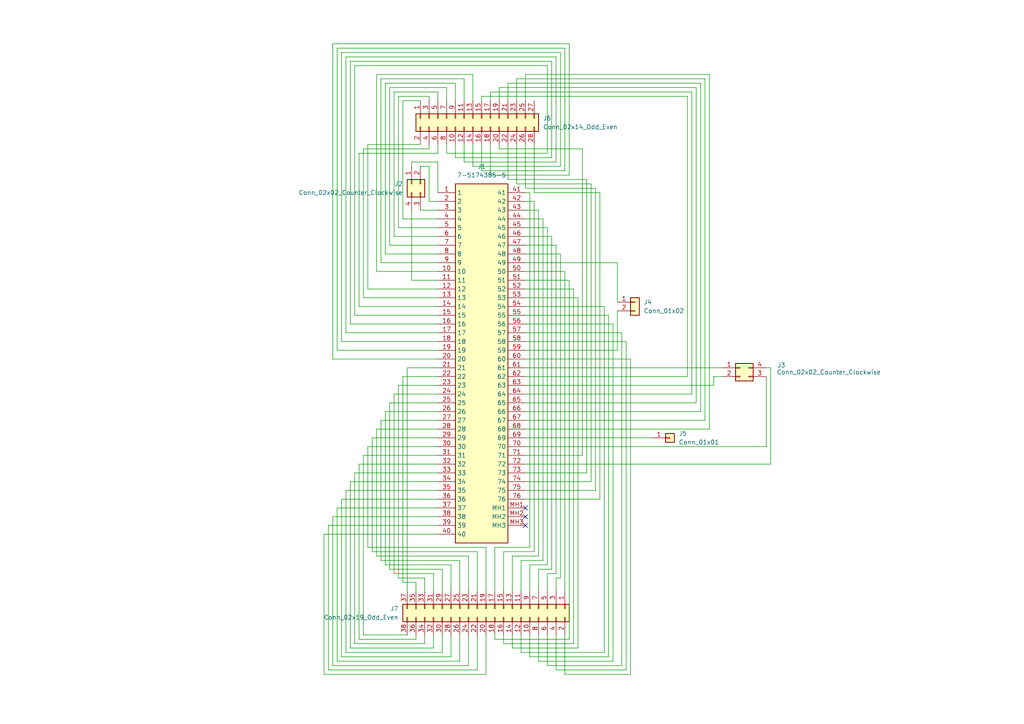
<source format=kicad_sch>
(kicad_sch (version 20231120) (generator "eeschema") (generator_version "8.0")
  (paper "A4")
  (lib_symbols
    (symbol "CA18DETECU-7-5174385-5:7-5174385-5"
      (property "Reference" "J" (at 21.59 7.62 0))
      (property "Value" "7-5174385-5" (at 21.59 5.08 0))
      (symbol "7-5174385-5_1_1"
        (rectangle (start 5.08 2.54) (end 20.32 -101.6) (stroke (width 0.254)) (fill (type background)))
        (pin passive line (at 0 0 0) (length 5.08) (name "1") (number "1"))
        (pin passive line (at 0 -22.86 0) (length 5.08) (name "10") (number "10"))
        (pin passive line (at 0 -25.4 0) (length 5.08) (name "11") (number "11"))
        (pin passive line (at 0 -27.94 0) (length 5.08) (name "12") (number "12"))
        (pin passive line (at 0 -30.48 0) (length 5.08) (name "13") (number "13"))
        (pin passive line (at 0 -33.02 0) (length 5.08) (name "14") (number "14"))
        (pin passive line (at 0 -35.56 0) (length 5.08) (name "15") (number "15"))
        (pin passive line (at 0 -38.1 0) (length 5.08) (name "16") (number "16"))
        (pin passive line (at 0 -40.64 0) (length 5.08) (name "17") (number "17"))
        (pin passive line (at 0 -43.18 0) (length 5.08) (name "18") (number "18"))
        (pin passive line (at 0 -45.72 0) (length 5.08) (name "19") (number "19"))
        (pin passive line (at 0 -2.54 0) (length 5.08) (name "2") (number "2"))
        (pin passive line (at 0 -48.26 0) (length 5.08) (name "20") (number "20"))
        (pin passive line (at 0 -50.8 0) (length 5.08) (name "21") (number "21"))
        (pin passive line (at 0 -53.34 0) (length 5.08) (name "22") (number "22"))
        (pin passive line (at 0 -55.88 0) (length 5.08) (name "23") (number "23"))
        (pin passive line (at 0 -58.42 0) (length 5.08) (name "24") (number "24"))
        (pin passive line (at 0 -60.96 0) (length 5.08) (name "25") (number "25"))
        (pin passive line (at 0 -63.5 0) (length 5.08) (name "26") (number "26"))
        (pin passive line (at 0 -66.04 0) (length 5.08) (name "27") (number "27"))
        (pin passive line (at 0 -68.58 0) (length 5.08) (name "28") (number "28"))
        (pin passive line (at 0 -71.12 0) (length 5.08) (name "29") (number "29"))
        (pin passive line (at 0 -5.08 0) (length 5.08) (name "3") (number "3"))
        (pin passive line (at 0 -73.66 0) (length 5.08) (name "30") (number "30"))
        (pin passive line (at 0 -76.2 0) (length 5.08) (name "31") (number "31"))
        (pin passive line (at 0 -78.74 0) (length 5.08) (name "32") (number "32"))
        (pin passive line (at 0 -81.28 0) (length 5.08) (name "33") (number "33"))
        (pin passive line (at 0 -83.82 0) (length 5.08) (name "34") (number "34"))
        (pin passive line (at 0 -86.36 0) (length 5.08) (name "35") (number "35"))
        (pin passive line (at 0 -88.9 0) (length 5.08) (name "36") (number "36"))
        (pin passive line (at 0 -91.44 0) (length 5.08) (name "37") (number "37"))
        (pin passive line (at 0 -93.98 0) (length 5.08) (name "38") (number "38"))
        (pin passive line (at 0 -96.52 0) (length 5.08) (name "39") (number "39"))
        (pin passive line (at 0 -7.62 0) (length 5.08) (name "4") (number "4"))
        (pin passive line (at 0 -99.06 0) (length 5.08) (name "40") (number "40"))
        (pin passive line (at 25.4 0 180) (length 5.08) (name "41") (number "41"))
        (pin passive line (at 25.4 -2.54 180) (length 5.08) (name "42") (number "42"))
        (pin passive line (at 25.4 -5.08 180) (length 5.08) (name "43") (number "43"))
        (pin passive line (at 25.4 -7.62 180) (length 5.08) (name "44") (number "44"))
        (pin passive line (at 25.4 -10.16 180) (length 5.08) (name "45") (number "45"))
        (pin passive line (at 25.4 -12.7 180) (length 5.08) (name "46") (number "46"))
        (pin passive line (at 25.4 -15.24 180) (length 5.08) (name "47") (number "47"))
        (pin passive line (at 25.4 -17.78 180) (length 5.08) (name "48") (number "48"))
        (pin passive line (at 25.4 -20.32 180) (length 5.08) (name "49") (number "49"))
        (pin passive line (at 0 -10.16 0) (length 5.08) (name "5") (number "5"))
        (pin passive line (at 25.4 -22.86 180) (length 5.08) (name "50") (number "50"))
        (pin passive line (at 25.4 -25.4 180) (length 5.08) (name "51") (number "51"))
        (pin passive line (at 25.4 -27.94 180) (length 5.08) (name "52") (number "52"))
        (pin passive line (at 25.4 -30.48 180) (length 5.08) (name "53") (number "53"))
        (pin passive line (at 25.4 -33.02 180) (length 5.08) (name "54") (number "54"))
        (pin passive line (at 25.4 -35.56 180) (length 5.08) (name "55") (number "55"))
        (pin passive line (at 25.4 -38.1 180) (length 5.08) (name "56") (number "56"))
        (pin passive line (at 25.4 -40.64 180) (length 5.08) (name "57") (number "57"))
        (pin passive line (at 25.4 -43.18 180) (length 5.08) (name "58") (number "58"))
        (pin passive line (at 25.4 -45.72 180) (length 5.08) (name "59") (number "59"))
        (pin passive line (at 0 -12.7 0) (length 5.08) (name "6") (number "6"))
        (pin passive line (at 25.4 -48.26 180) (length 5.08) (name "60") (number "60"))
        (pin passive line (at 25.4 -50.8 180) (length 5.08) (name "61") (number "61"))
        (pin passive line (at 25.4 -53.34 180) (length 5.08) (name "62") (number "62"))
        (pin passive line (at 25.4 -55.88 180) (length 5.08) (name "63") (number "63"))
        (pin passive line (at 25.4 -58.42 180) (length 5.08) (name "64") (number "64"))
        (pin passive line (at 25.4 -60.96 180) (length 5.08) (name "65") (number "65"))
        (pin passive line (at 25.4 -63.5 180) (length 5.08) (name "66") (number "66"))
        (pin passive line (at 25.4 -66.04 180) (length 5.08) (name "67") (number "67"))
        (pin passive line (at 25.4 -68.58 180) (length 5.08) (name "68") (number "68"))
        (pin passive line (at 25.4 -71.12 180) (length 5.08) (name "69") (number "69"))
        (pin passive line (at 0 -15.24 0) (length 5.08) (name "7") (number "7"))
        (pin passive line (at 25.4 -73.66 180) (length 5.08) (name "70") (number "70"))
        (pin passive line (at 25.4 -76.2 180) (length 5.08) (name "71") (number "71"))
        (pin passive line (at 25.4 -78.74 180) (length 5.08) (name "72") (number "72"))
        (pin passive line (at 25.4 -81.28 180) (length 5.08) (name "73") (number "73"))
        (pin passive line (at 25.4 -83.82 180) (length 5.08) (name "74") (number "74"))
        (pin passive line (at 25.4 -86.36 180) (length 5.08) (name "75") (number "75"))
        (pin passive line (at 25.4 -88.9 180) (length 5.08) (name "76") (number "76"))
        (pin passive line (at 0 -17.78 0) (length 5.08) (name "8") (number "8"))
        (pin passive line (at 0 -20.32 0) (length 5.08) (name "9") (number "9"))
        (pin passive line (at 25.4 -91.44 180) (length 5.08) (name "MH1") (number "MH1"))
        (pin passive line (at 25.4 -93.98 180) (length 5.08) (name "MH2") (number "MH2"))
        (pin passive line (at 25.4 -96.52 180) (length 5.08) (name "MH3") (number "MH3"))
      )
    )
    (symbol "Connector_Generic:Conn_01x01" (pin_names (offset 1.016) hide)
      (property "Reference" "J" (at 0 2.54 0))
      (property "Value" "Conn_01x01" (at 0 -2.54 0))
      (symbol "Conn_01x01_1_1"
        (rectangle (start -1.27 0.127) (end 0 -0.127) (stroke (width 0.1524)))
        (rectangle (start -1.27 1.27) (end 1.27 -1.27) (stroke (width 0.254)) (fill (type background)))
        (pin passive line (at -5.08 0 0) (length 3.81) (name "Pin_1") (number "1"))
      )
    )
    (symbol "Connector_Generic:Conn_01x02" (pin_names (offset 1.016) hide)
      (property "Reference" "J" (at 0 2.54 0))
      (property "Value" "Conn_01x02" (at 0 -5.08 0))
      (symbol "Conn_01x02_1_1"
        (rectangle (start -1.27 -2.413) (end 0 -2.667) (stroke (width 0.1524)))
        (rectangle (start -1.27 0.127) (end 0 -0.127) (stroke (width 0.1524)))
        (rectangle (start -1.27 1.27) (end 1.27 -3.81) (stroke (width 0.254)) (fill (type background)))
        (pin passive line (at -5.08 0 0) (length 3.81) (name "Pin_1") (number "1"))
        (pin passive line (at -5.08 -2.54 0) (length 3.81) (name "Pin_2") (number "2"))
      )
    )
    (symbol "Connector_Generic:Conn_02x02_Counter_Clockwise" (pin_names (offset 1.016) hide)
      (property "Reference" "J" (at 1.27 2.54 0))
      (property "Value" "Conn_02x02_Counter_Clockwise" (at 1.27 -5.08 0))
      (symbol "Conn_02x02_Counter_Clockwise_1_1"
        (rectangle (start -1.27 -2.413) (end 0 -2.667) (stroke (width 0.1524)))
        (rectangle (start -1.27 0.127) (end 0 -0.127) (stroke (width 0.1524)))
        (rectangle (start -1.27 1.27) (end 3.81 -3.81) (stroke (width 0.254)) (fill (type background)))
        (rectangle (start 3.81 -2.413) (end 2.54 -2.667) (stroke (width 0.1524)))
        (rectangle (start 3.81 0.127) (end 2.54 -0.127) (stroke (width 0.1524)))
        (pin passive line (at -5.08 0 0) (length 3.81) (name "Pin_1") (number "1"))
        (pin passive line (at -5.08 -2.54 0) (length 3.81) (name "Pin_2") (number "2"))
        (pin passive line (at 7.62 -2.54 180) (length 3.81) (name "Pin_3") (number "3"))
        (pin passive line (at 7.62 0 180) (length 3.81) (name "Pin_4") (number "4"))
      )
    )
    (symbol "Connector_Generic:Conn_02x14_Odd_Even" (pin_names (offset 1.016) hide)
      (property "Reference" "J" (at 1.27 17.78 0))
      (property "Value" "Conn_02x14_Odd_Even" (at 1.27 -20.32 0))
      (symbol "Conn_02x14_Odd_Even_1_1"
        (rectangle (start -1.27 -17.653) (end 0 -17.907) (stroke (width 0.1524)))
        (rectangle (start -1.27 -15.113) (end 0 -15.367) (stroke (width 0.1524)))
        (rectangle (start -1.27 -12.573) (end 0 -12.827) (stroke (width 0.1524)))
        (rectangle (start -1.27 -10.033) (end 0 -10.287) (stroke (width 0.1524)))
        (rectangle (start -1.27 -7.493) (end 0 -7.747) (stroke (width 0.1524)))
        (rectangle (start -1.27 -4.953) (end 0 -5.207) (stroke (width 0.1524)))
        (rectangle (start -1.27 -2.413) (end 0 -2.667) (stroke (width 0.1524)))
        (rectangle (start -1.27 0.127) (end 0 -0.127) (stroke (width 0.1524)))
        (rectangle (start -1.27 2.667) (end 0 2.413) (stroke (width 0.1524)))
        (rectangle (start -1.27 5.207) (end 0 4.953) (stroke (width 0.1524)))
        (rectangle (start -1.27 7.747) (end 0 7.493) (stroke (width 0.1524)))
        (rectangle (start -1.27 10.287) (end 0 10.033) (stroke (width 0.1524)))
        (rectangle (start -1.27 12.827) (end 0 12.573) (stroke (width 0.1524)))
        (rectangle (start -1.27 15.367) (end 0 15.113) (stroke (width 0.1524)))
        (rectangle (start -1.27 16.51) (end 3.81 -19.05) (stroke (width 0.254)) (fill (type background)))
        (rectangle (start 3.81 -17.653) (end 2.54 -17.907) (stroke (width 0.1524)))
        (rectangle (start 3.81 -15.113) (end 2.54 -15.367) (stroke (width 0.1524)))
        (rectangle (start 3.81 -12.573) (end 2.54 -12.827) (stroke (width 0.1524)))
        (rectangle (start 3.81 -10.033) (end 2.54 -10.287) (stroke (width 0.1524)))
        (rectangle (start 3.81 -7.493) (end 2.54 -7.747) (stroke (width 0.1524)))
        (rectangle (start 3.81 -4.953) (end 2.54 -5.207) (stroke (width 0.1524)))
        (rectangle (start 3.81 -2.413) (end 2.54 -2.667) (stroke (width 0.1524)))
        (rectangle (start 3.81 0.127) (end 2.54 -0.127) (stroke (width 0.1524)))
        (rectangle (start 3.81 2.667) (end 2.54 2.413) (stroke (width 0.1524)))
        (rectangle (start 3.81 5.207) (end 2.54 4.953) (stroke (width 0.1524)))
        (rectangle (start 3.81 7.747) (end 2.54 7.493) (stroke (width 0.1524)))
        (rectangle (start 3.81 10.287) (end 2.54 10.033) (stroke (width 0.1524)))
        (rectangle (start 3.81 12.827) (end 2.54 12.573) (stroke (width 0.1524)))
        (rectangle (start 3.81 15.367) (end 2.54 15.113) (stroke (width 0.1524)))
        (pin passive line (at -5.08 15.24 0) (length 3.81) (name "Pin_1") (number "1"))
        (pin passive line (at 7.62 5.08 180) (length 3.81) (name "Pin_10") (number "10"))
        (pin passive line (at -5.08 2.54 0) (length 3.81) (name "Pin_11") (number "11"))
        (pin passive line (at 7.62 2.54 180) (length 3.81) (name "Pin_12") (number "12"))
        (pin passive line (at -5.08 0 0) (length 3.81) (name "Pin_13") (number "13"))
        (pin passive line (at 7.62 0 180) (length 3.81) (name "Pin_14") (number "14"))
        (pin passive line (at -5.08 -2.54 0) (length 3.81) (name "Pin_15") (number "15"))
        (pin passive line (at 7.62 -2.54 180) (length 3.81) (name "Pin_16") (number "16"))
        (pin passive line (at -5.08 -5.08 0) (length 3.81) (name "Pin_17") (number "17"))
        (pin passive line (at 7.62 -5.08 180) (length 3.81) (name "Pin_18") (number "18"))
        (pin passive line (at -5.08 -7.62 0) (length 3.81) (name "Pin_19") (number "19"))
        (pin passive line (at 7.62 15.24 180) (length 3.81) (name "Pin_2") (number "2"))
        (pin passive line (at 7.62 -7.62 180) (length 3.81) (name "Pin_20") (number "20"))
        (pin passive line (at -5.08 -10.16 0) (length 3.81) (name "Pin_21") (number "21"))
        (pin passive line (at 7.62 -10.16 180) (length 3.81) (name "Pin_22") (number "22"))
        (pin passive line (at -5.08 -12.7 0) (length 3.81) (name "Pin_23") (number "23"))
        (pin passive line (at 7.62 -12.7 180) (length 3.81) (name "Pin_24") (number "24"))
        (pin passive line (at -5.08 -15.24 0) (length 3.81) (name "Pin_25") (number "25"))
        (pin passive line (at 7.62 -15.24 180) (length 3.81) (name "Pin_26") (number "26"))
        (pin passive line (at -5.08 -17.78 0) (length 3.81) (name "Pin_27") (number "27"))
        (pin passive line (at 7.62 -17.78 180) (length 3.81) (name "Pin_28") (number "28"))
        (pin passive line (at -5.08 12.7 0) (length 3.81) (name "Pin_3") (number "3"))
        (pin passive line (at 7.62 12.7 180) (length 3.81) (name "Pin_4") (number "4"))
        (pin passive line (at -5.08 10.16 0) (length 3.81) (name "Pin_5") (number "5"))
        (pin passive line (at 7.62 10.16 180) (length 3.81) (name "Pin_6") (number "6"))
        (pin passive line (at -5.08 7.62 0) (length 3.81) (name "Pin_7") (number "7"))
        (pin passive line (at 7.62 7.62 180) (length 3.81) (name "Pin_8") (number "8"))
        (pin passive line (at -5.08 5.08 0) (length 3.81) (name "Pin_9") (number "9"))
      )
    )
    (symbol "Connector_Generic:Conn_02x19_Odd_Even" (pin_names (offset 1.016) hide)
      (property "Reference" "J" (at 1.27 25.4 0))
      (property "Value" "Conn_02x19_Odd_Even" (at 1.27 -25.4 0))
      (symbol "Conn_02x19_Odd_Even_1_1"
        (rectangle (start -1.27 -22.733) (end 0 -22.987) (stroke (width 0.1524)))
        (rectangle (start -1.27 -20.193) (end 0 -20.447) (stroke (width 0.1524)))
        (rectangle (start -1.27 -17.653) (end 0 -17.907) (stroke (width 0.1524)))
        (rectangle (start -1.27 -15.113) (end 0 -15.367) (stroke (width 0.1524)))
        (rectangle (start -1.27 -12.573) (end 0 -12.827) (stroke (width 0.1524)))
        (rectangle (start -1.27 -10.033) (end 0 -10.287) (stroke (width 0.1524)))
        (rectangle (start -1.27 -7.493) (end 0 -7.747) (stroke (width 0.1524)))
        (rectangle (start -1.27 -4.953) (end 0 -5.207) (stroke (width 0.1524)))
        (rectangle (start -1.27 -2.413) (end 0 -2.667) (stroke (width 0.1524)))
        (rectangle (start -1.27 0.127) (end 0 -0.127) (stroke (width 0.1524)))
        (rectangle (start -1.27 2.667) (end 0 2.413) (stroke (width 0.1524)))
        (rectangle (start -1.27 5.207) (end 0 4.953) (stroke (width 0.1524)))
        (rectangle (start -1.27 7.747) (end 0 7.493) (stroke (width 0.1524)))
        (rectangle (start -1.27 10.287) (end 0 10.033) (stroke (width 0.1524)))
        (rectangle (start -1.27 12.827) (end 0 12.573) (stroke (width 0.1524)))
        (rectangle (start -1.27 15.367) (end 0 15.113) (stroke (width 0.1524)))
        (rectangle (start -1.27 17.907) (end 0 17.653) (stroke (width 0.1524)))
        (rectangle (start -1.27 20.447) (end 0 20.193) (stroke (width 0.1524)))
        (rectangle (start -1.27 22.987) (end 0 22.733) (stroke (width 0.1524)))
        (rectangle (start -1.27 24.13) (end 3.81 -24.13) (stroke (width 0.254)) (fill (type background)))
        (rectangle (start 3.81 -22.733) (end 2.54 -22.987) (stroke (width 0.1524)))
        (rectangle (start 3.81 -20.193) (end 2.54 -20.447) (stroke (width 0.1524)))
        (rectangle (start 3.81 -17.653) (end 2.54 -17.907) (stroke (width 0.1524)))
        (rectangle (start 3.81 -15.113) (end 2.54 -15.367) (stroke (width 0.1524)))
        (rectangle (start 3.81 -12.573) (end 2.54 -12.827) (stroke (width 0.1524)))
        (rectangle (start 3.81 -10.033) (end 2.54 -10.287) (stroke (width 0.1524)))
        (rectangle (start 3.81 -7.493) (end 2.54 -7.747) (stroke (width 0.1524)))
        (rectangle (start 3.81 -4.953) (end 2.54 -5.207) (stroke (width 0.1524)))
        (rectangle (start 3.81 -2.413) (end 2.54 -2.667) (stroke (width 0.1524)))
        (rectangle (start 3.81 0.127) (end 2.54 -0.127) (stroke (width 0.1524)))
        (rectangle (start 3.81 2.667) (end 2.54 2.413) (stroke (width 0.1524)))
        (rectangle (start 3.81 5.207) (end 2.54 4.953) (stroke (width 0.1524)))
        (rectangle (start 3.81 7.747) (end 2.54 7.493) (stroke (width 0.1524)))
        (rectangle (start 3.81 10.287) (end 2.54 10.033) (stroke (width 0.1524)))
        (rectangle (start 3.81 12.827) (end 2.54 12.573) (stroke (width 0.1524)))
        (rectangle (start 3.81 15.367) (end 2.54 15.113) (stroke (width 0.1524)))
        (rectangle (start 3.81 17.907) (end 2.54 17.653) (stroke (width 0.1524)))
        (rectangle (start 3.81 20.447) (end 2.54 20.193) (stroke (width 0.1524)))
        (rectangle (start 3.81 22.987) (end 2.54 22.733) (stroke (width 0.1524)))
        (pin passive line (at -5.08 22.86 0) (length 3.81) (name "Pin_1") (number "1"))
        (pin passive line (at 7.62 12.7 180) (length 3.81) (name "Pin_10") (number "10"))
        (pin passive line (at -5.08 10.16 0) (length 3.81) (name "Pin_11") (number "11"))
        (pin passive line (at 7.62 10.16 180) (length 3.81) (name "Pin_12") (number "12"))
        (pin passive line (at -5.08 7.62 0) (length 3.81) (name "Pin_13") (number "13"))
        (pin passive line (at 7.62 7.62 180) (length 3.81) (name "Pin_14") (number "14"))
        (pin passive line (at -5.08 5.08 0) (length 3.81) (name "Pin_15") (number "15"))
        (pin passive line (at 7.62 5.08 180) (length 3.81) (name "Pin_16") (number "16"))
        (pin passive line (at -5.08 2.54 0) (length 3.81) (name "Pin_17") (number "17"))
        (pin passive line (at 7.62 2.54 180) (length 3.81) (name "Pin_18") (number "18"))
        (pin passive line (at -5.08 0 0) (length 3.81) (name "Pin_19") (number "19"))
        (pin passive line (at 7.62 22.86 180) (length 3.81) (name "Pin_2") (number "2"))
        (pin passive line (at 7.62 0 180) (length 3.81) (name "Pin_20") (number "20"))
        (pin passive line (at -5.08 -2.54 0) (length 3.81) (name "Pin_21") (number "21"))
        (pin passive line (at 7.62 -2.54 180) (length 3.81) (name "Pin_22") (number "22"))
        (pin passive line (at -5.08 -5.08 0) (length 3.81) (name "Pin_23") (number "23"))
        (pin passive line (at 7.62 -5.08 180) (length 3.81) (name "Pin_24") (number "24"))
        (pin passive line (at -5.08 -7.62 0) (length 3.81) (name "Pin_25") (number "25"))
        (pin passive line (at 7.62 -7.62 180) (length 3.81) (name "Pin_26") (number "26"))
        (pin passive line (at -5.08 -10.16 0) (length 3.81) (name "Pin_27") (number "27"))
        (pin passive line (at 7.62 -10.16 180) (length 3.81) (name "Pin_28") (number "28"))
        (pin passive line (at -5.08 -12.7 0) (length 3.81) (name "Pin_29") (number "29"))
        (pin passive line (at -5.08 20.32 0) (length 3.81) (name "Pin_3") (number "3"))
        (pin passive line (at 7.62 -12.7 180) (length 3.81) (name "Pin_30") (number "30"))
        (pin passive line (at -5.08 -15.24 0) (length 3.81) (name "Pin_31") (number "31"))
        (pin passive line (at 7.62 -15.24 180) (length 3.81) (name "Pin_32") (number "32"))
        (pin passive line (at -5.08 -17.78 0) (length 3.81) (name "Pin_33") (number "33"))
        (pin passive line (at 7.62 -17.78 180) (length 3.81) (name "Pin_34") (number "34"))
        (pin passive line (at -5.08 -20.32 0) (length 3.81) (name "Pin_35") (number "35"))
        (pin passive line (at 7.62 -20.32 180) (length 3.81) (name "Pin_36") (number "36"))
        (pin passive line (at -5.08 -22.86 0) (length 3.81) (name "Pin_37") (number "37"))
        (pin passive line (at 7.62 -22.86 180) (length 3.81) (name "Pin_38") (number "38"))
        (pin passive line (at 7.62 20.32 180) (length 3.81) (name "Pin_4") (number "4"))
        (pin passive line (at -5.08 17.78 0) (length 3.81) (name "Pin_5") (number "5"))
        (pin passive line (at 7.62 17.78 180) (length 3.81) (name "Pin_6") (number "6"))
        (pin passive line (at -5.08 15.24 0) (length 3.81) (name "Pin_7") (number "7"))
        (pin passive line (at 7.62 15.24 180) (length 3.81) (name "Pin_8") (number "8"))
        (pin passive line (at -5.08 12.7 0) (length 3.81) (name "Pin_9") (number "9"))
      )
    )
  )
  (no_connect (at 152.4 147.32))
  (no_connect (at 152.4 149.86))
  (no_connect (at 152.4 152.4))
  (wire (pts (xy 128.27 165.1) (xy 128.27 171.45)))
  (wire (pts (xy 127 44.45) (xy 127 41.91)))
  (wire (pts (xy 114.3 114.3) (xy 114.3 166.37)))
  (wire (pts (xy 111.76 24.13) (xy 111.76 73.66)))
  (wire (pts (xy 201.93 25.4) (xy 144.78 25.4)))
  (wire (pts (xy 142.24 26.67) (xy 142.24 29.21)))
  (wire (pts (xy 116.84 63.5) (xy 127 63.5)))
  (wire (pts (xy 203.2 24.13) (xy 147.32 24.13)))
  (wire (pts (xy 127 88.9) (xy 104.14 88.9)))
  (wire (pts (xy 95.25 194.31) (xy 138.43 194.31)))
  (wire (pts (xy 152.4 76.2) (xy 179.07 76.2)))
  (wire (pts (xy 102.87 91.44) (xy 102.87 19.05)))
  (wire (pts (xy 100.33 96.52) (xy 100.33 16.51)))
  (wire (pts (xy 162.56 15.24) (xy 162.56 48.26)))
  (wire (pts (xy 160.02 17.78) (xy 160.02 45.72)))
  (wire (pts (xy 99.06 99.06) (xy 99.06 15.24)))
  (wire (pts (xy 113.03 25.4) (xy 129.54 25.4)))
  (wire (pts (xy 152.4 81.28) (xy 165.1 81.28)))
  (wire (pts (xy 127 142.24) (xy 100.33 142.24)))
  (wire (pts (xy 127 78.74) (xy 109.22 78.74)))
  (wire (pts (xy 127 76.2) (xy 110.49 76.2)))
  (wire (pts (xy 127 149.86) (xy 96.52 149.86)))
  (wire (pts (xy 179.07 76.2) (xy 179.07 87.63)))
  (wire (pts (xy 110.49 22.86) (xy 134.62 22.86)))
  (wire (pts (xy 152.4 54.61) (xy 152.4 41.91)))
  (wire (pts (xy 104.14 134.62) (xy 104.14 185.42)))
  (wire (pts (xy 138.43 194.31) (xy 138.43 184.15)))
  (wire (pts (xy 138.43 160.02) (xy 138.43 171.45)))
  (wire (pts (xy 182.88 104.14) (xy 152.4 104.14)))
  (wire (pts (xy 105.41 86.36) (xy 105.41 43.18)))
  (wire (pts (xy 148.59 161.29) (xy 156.21 161.29)))
  (wire (pts (xy 133.35 162.56) (xy 133.35 171.45)))
  (wire (pts (xy 152.4 142.24) (xy 172.72 142.24)))
  (wire (pts (xy 97.79 147.32) (xy 97.79 191.77)))
  (wire (pts (xy 163.83 195.58) (xy 182.88 195.58)))
  (wire (pts (xy 223.52 134.62) (xy 223.52 106.68)))
  (wire (pts (xy 106.68 41.91) (xy 121.92 41.91)))
  (wire (pts (xy 148.59 187.96) (xy 167.64 187.96)))
  (wire (pts (xy 97.79 101.6) (xy 97.79 13.97)))
  (wire (pts (xy 147.32 52.07) (xy 147.32 41.91)))
  (wire (pts (xy 200.66 26.67) (xy 142.24 26.67)))
  (wire (pts (xy 152.4 116.84) (xy 201.93 116.84)))
  (wire (pts (xy 119.38 81.28) (xy 127 81.28)))
  (wire (pts (xy 132.08 24.13) (xy 132.08 29.21)))
  (wire (pts (xy 124.46 58.42) (xy 127 58.42)))
  (wire (pts (xy 152.4 137.16) (xy 170.18 137.16)))
  (wire (pts (xy 152.4 73.66) (xy 162.56 73.66)))
  (wire (pts (xy 201.93 116.84) (xy 201.93 25.4)))
  (wire (pts (xy 115.57 111.76) (xy 115.57 167.64)))
  (wire (pts (xy 127 73.66) (xy 111.76 73.66)))
  (wire (pts (xy 107.95 160.02) (xy 138.43 160.02)))
  (wire (pts (xy 158.75 19.05) (xy 158.75 44.45)))
  (wire (pts (xy 158.75 44.45) (xy 129.54 44.45)))
  (wire (pts (xy 177.8 191.77) (xy 156.21 191.77)))
  (wire (pts (xy 96.52 149.86) (xy 96.52 193.04)))
  (wire (pts (xy 111.76 24.13) (xy 132.08 24.13)))
  (wire (pts (xy 102.87 19.05) (xy 158.75 19.05)))
  (wire (pts (xy 100.33 142.24) (xy 100.33 189.23)))
  (wire (pts (xy 116.84 109.22) (xy 116.84 168.91)))
  (wire (pts (xy 152.4 109.22) (xy 199.39 109.22)))
  (wire (pts (xy 176.53 190.5) (xy 176.53 91.44)))
  (wire (pts (xy 96.52 12.7) (xy 165.1 12.7)))
  (wire (pts (xy 115.57 27.94) (xy 124.46 27.94)))
  (wire (pts (xy 97.79 13.97) (xy 163.83 13.97)))
  (wire (pts (xy 127 129.54) (xy 106.68 129.54)))
  (wire (pts (xy 152.4 99.06) (xy 181.61 99.06)))
  (wire (pts (xy 152.4 144.78) (xy 173.99 144.78)))
  (wire (pts (xy 127 68.58) (xy 114.3 68.58)))
  (wire (pts (xy 158.75 184.15) (xy 158.75 193.04)))
  (wire (pts (xy 157.48 162.56) (xy 151.13 162.56)))
  (wire (pts (xy 153.67 163.83) (xy 153.67 171.45)))
  (wire (pts (xy 99.06 190.5) (xy 130.81 190.5)))
  (wire (pts (xy 125.73 187.96) (xy 125.73 184.15)))
  (wire (pts (xy 127 114.3) (xy 114.3 114.3)))
  (wire (pts (xy 146.05 160.02) (xy 146.05 171.45)))
  (wire (pts (xy 105.41 184.15) (xy 118.11 184.15)))
  (wire (pts (xy 140.97 195.58) (xy 140.97 184.15)))
  (wire (pts (xy 158.75 163.83) (xy 153.67 163.83)))
  (wire (pts (xy 152.4 55.88) (xy 153.67 55.88)))
  (wire (pts (xy 127 109.22) (xy 116.84 109.22)))
  (wire (pts (xy 120.65 168.91) (xy 120.65 171.45)))
  (wire (pts (xy 152.4 129.54) (xy 222.25 129.54)))
  (wire (pts (xy 171.45 139.7) (xy 171.45 53.34)))
  (wire (pts (xy 161.29 16.51) (xy 161.29 46.99)))
  (wire (pts (xy 146.05 186.69) (xy 146.05 184.15)))
  (wire (pts (xy 158.75 166.37) (xy 158.75 171.45)))
  (wire (pts (xy 163.83 184.15) (xy 163.83 195.58)))
  (wire (pts (xy 127 137.16) (xy 102.87 137.16)))
  (wire (pts (xy 101.6 139.7) (xy 101.6 187.96)))
  (wire (pts (xy 115.57 167.64) (xy 123.19 167.64)))
  (wire (pts (xy 149.86 53.34) (xy 149.86 41.91)))
  (wire (pts (xy 166.37 186.69) (xy 146.05 186.69)))
  (wire (pts (xy 152.4 66.04) (xy 158.75 66.04)))
  (wire (pts (xy 133.35 191.77) (xy 133.35 184.15)))
  (wire (pts (xy 163.83 13.97) (xy 163.83 49.53)))
  (wire (pts (xy 128.27 189.23) (xy 128.27 184.15)))
  (wire (pts (xy 134.62 46.99) (xy 134.62 41.91)))
  (wire (pts (xy 102.87 137.16) (xy 102.87 186.69)))
  (wire (pts (xy 152.4 121.92) (xy 204.47 121.92)))
  (wire (pts (xy 137.16 48.26) (xy 137.16 41.91)))
  (wire (pts (xy 127 121.92) (xy 110.49 121.92)))
  (wire (pts (xy 127 96.52) (xy 100.33 96.52)))
  (wire (pts (xy 101.6 17.78) (xy 160.02 17.78)))
  (wire (pts (xy 199.39 27.94) (xy 139.7 27.94)))
  (wire (pts (xy 135.89 193.04) (xy 135.89 184.15)))
  (wire (pts (xy 152.4 83.82) (xy 166.37 83.82)))
  (wire (pts (xy 127 154.94) (xy 93.98 154.94)))
  (wire (pts (xy 168.91 43.18) (xy 168.91 132.08)))
  (wire (pts (xy 127 152.4) (xy 95.25 152.4)))
  (wire (pts (xy 134.62 22.86) (xy 134.62 29.21)))
  (wire (pts (xy 127 139.7) (xy 101.6 139.7)))
  (wire (pts (xy 124.46 27.94) (xy 124.46 29.21)))
  (wire (pts (xy 200.66 114.3) (xy 200.66 26.67)))
  (wire (pts (xy 102.87 91.44) (xy 127 91.44)))
  (wire (pts (xy 127 132.08) (xy 105.41 132.08)))
  (wire (pts (xy 110.49 22.86) (xy 110.49 76.2)))
  (wire (pts (xy 172.72 142.24) (xy 172.72 54.61)))
  (wire (pts (xy 114.3 26.67) (xy 127 26.67)))
  (wire (pts (xy 105.41 43.18) (xy 124.46 43.18)))
  (wire (pts (xy 116.84 168.91) (xy 120.65 168.91)))
  (wire (pts (xy 157.48 63.5) (xy 157.48 162.56)))
  (wire (pts (xy 179.07 101.6) (xy 179.07 90.17)))
  (wire (pts (xy 176.53 91.44) (xy 152.4 91.44)))
  (wire (pts (xy 127 111.76) (xy 115.57 111.76)))
  (wire (pts (xy 152.4 93.98) (xy 177.8 93.98)))
  (wire (pts (xy 163.83 49.53) (xy 139.7 49.53)))
  (wire (pts (xy 181.61 99.06) (xy 181.61 194.31)))
  (wire (pts (xy 182.88 195.58) (xy 182.88 104.14)))
  (wire (pts (xy 162.56 167.64) (xy 161.29 167.64)))
  (wire (pts (xy 105.41 132.08) (xy 105.41 184.15)))
  (wire (pts (xy 143.51 185.42) (xy 143.51 184.15)))
  (wire (pts (xy 163.83 78.74) (xy 152.4 78.74)))
  (wire (pts (xy 173.99 55.88) (xy 154.94 55.88)))
  (wire (pts (xy 171.45 53.34) (xy 149.86 53.34)))
  (wire (pts (xy 127 101.6) (xy 97.79 101.6)))
  (wire (pts (xy 148.59 184.15) (xy 148.59 187.96)))
  (wire (pts (xy 113.03 116.84) (xy 113.03 165.1)))
  (wire (pts (xy 204.47 121.92) (xy 204.47 22.86)))
  (wire (pts (xy 222.25 129.54) (xy 222.25 109.22)))
  (wire (pts (xy 161.29 194.31) (xy 161.29 184.15)))
  (wire (pts (xy 205.74 21.59) (xy 152.4 21.59)))
  (wire (pts (xy 100.33 16.51) (xy 161.29 16.51)))
  (wire (pts (xy 161.29 71.12) (xy 161.29 166.37)))
  (wire (pts (xy 127 116.84) (xy 113.03 116.84)))
  (wire (pts (xy 172.72 54.61) (xy 152.4 54.61)))
  (wire (pts (xy 135.89 161.29) (xy 135.89 171.45)))
  (wire (pts (xy 156.21 161.29) (xy 156.21 60.96)))
  (wire (pts (xy 114.3 166.37) (xy 125.73 166.37)))
  (wire (pts (xy 147.32 24.13) (xy 147.32 29.21)))
  (wire (pts (xy 129.54 44.45) (xy 129.54 41.91)))
  (wire (pts (xy 127 83.82) (xy 106.68 83.82)))
  (wire (pts (xy 118.11 106.68) (xy 118.11 171.45)))
  (wire (pts (xy 119.38 46.99) (xy 119.38 48.26)))
  (wire (pts (xy 137.16 21.59) (xy 137.16 29.21)))
  (wire (pts (xy 158.75 66.04) (xy 158.75 163.83)))
  (wire (pts (xy 167.64 187.96) (xy 167.64 86.36)))
  (wire (pts (xy 129.54 25.4) (xy 129.54 29.21)))
  (wire (pts (xy 152.4 114.3) (xy 200.66 114.3)))
  (wire (pts (xy 181.61 194.31) (xy 161.29 194.31)))
  (wire (pts (xy 160.02 45.72) (xy 132.08 45.72)))
  (wire (pts (xy 160.02 68.58) (xy 160.02 165.1)))
  (wire (pts (xy 152.4 132.08) (xy 168.91 132.08)))
  (wire (pts (xy 97.79 191.77) (xy 133.35 191.77)))
  (wire (pts (xy 161.29 46.99) (xy 134.62 46.99)))
  (wire (pts (xy 180.34 193.04) (xy 180.34 96.52)))
  (wire (pts (xy 204.47 22.86) (xy 149.86 22.86)))
  (wire (pts (xy 127 127) (xy 107.95 127)))
  (wire (pts (xy 132.08 45.72) (xy 132.08 41.91)))
  (wire (pts (xy 142.24 50.8) (xy 142.24 41.91)))
  (wire (pts (xy 124.46 48.26) (xy 124.46 58.42)))
  (wire (pts (xy 152.4 58.42) (xy 154.94 58.42)))
  (wire (pts (xy 158.75 193.04) (xy 180.34 193.04)))
  (wire (pts (xy 102.87 186.69) (xy 123.19 186.69)))
  (wire (pts (xy 127 147.32) (xy 97.79 147.32)))
  (wire (pts (xy 110.49 121.92) (xy 110.49 162.56)))
  (wire (pts (xy 153.67 190.5) (xy 176.53 190.5)))
  (wire (pts (xy 115.57 27.94) (xy 115.57 66.04)))
  (wire (pts (xy 165.1 50.8) (xy 142.24 50.8)))
  (wire (pts (xy 152.4 68.58) (xy 160.02 68.58)))
  (wire (pts (xy 166.37 83.82) (xy 166.37 186.69)))
  (wire (pts (xy 152.4 106.68) (xy 209.55 106.68)))
  (wire (pts (xy 223.52 106.68) (xy 222.25 106.68)))
  (wire (pts (xy 175.26 189.23) (xy 151.13 189.23)))
  (wire (pts (xy 95.25 152.4) (xy 95.25 194.31)))
  (wire (pts (xy 116.84 29.21) (xy 116.84 63.5)))
  (wire (pts (xy 170.18 52.07) (xy 147.32 52.07)))
  (wire (pts (xy 114.3 26.67) (xy 114.3 68.58)))
  (wire (pts (xy 121.92 60.96) (xy 127 60.96)))
  (wire (pts (xy 109.22 21.59) (xy 137.16 21.59)))
  (wire (pts (xy 130.81 190.5) (xy 130.81 184.15)))
  (wire (pts (xy 123.19 186.69) (xy 123.19 184.15)))
  (wire (pts (xy 96.52 104.14) (xy 96.52 12.7)))
  (wire (pts (xy 175.26 88.9) (xy 175.26 189.23)))
  (wire (pts (xy 161.29 166.37) (xy 158.75 166.37)))
  (wire (pts (xy 127 71.12) (xy 113.03 71.12)))
  (wire (pts (xy 167.64 86.36) (xy 152.4 86.36)))
  (wire (pts (xy 165.1 81.28) (xy 165.1 185.42)))
  (wire (pts (xy 107.95 127) (xy 107.95 160.02)))
  (wire (pts (xy 153.67 55.88) (xy 153.67 158.75)))
  (wire (pts (xy 106.68 158.75) (xy 140.97 158.75)))
  (wire (pts (xy 152.4 139.7) (xy 171.45 139.7)))
  (wire (pts (xy 116.84 29.21) (xy 121.92 29.21)))
  (wire (pts (xy 101.6 93.98) (xy 101.6 17.78)))
  (wire (pts (xy 139.7 49.53) (xy 139.7 41.91)))
  (wire (pts (xy 154.94 58.42) (xy 154.94 160.02)))
  (wire (pts (xy 162.56 73.66) (xy 162.56 167.64)))
  (wire (pts (xy 151.13 189.23) (xy 151.13 184.15)))
  (wire (pts (xy 207.01 109.22) (xy 209.55 109.22)))
  (wire (pts (xy 165.1 12.7) (xy 165.1 50.8)))
  (wire (pts (xy 104.14 88.9) (xy 104.14 44.45)))
  (wire (pts (xy 104.14 44.45) (xy 127 44.45)))
  (wire (pts (xy 153.67 184.15) (xy 153.67 190.5)))
  (wire (pts (xy 203.2 119.38) (xy 203.2 24.13)))
  (wire (pts (xy 207.01 111.76) (xy 207.01 109.22)))
  (wire (pts (xy 121.92 48.26) (xy 124.46 48.26)))
  (wire (pts (xy 152.4 111.76) (xy 207.01 111.76)))
  (wire (pts (xy 151.13 162.56) (xy 151.13 171.45)))
  (wire (pts (xy 109.22 161.29) (xy 135.89 161.29)))
  (wire (pts (xy 127 106.68) (xy 118.11 106.68)))
  (wire (pts (xy 127 86.36) (xy 105.41 86.36)))
  (wire (pts (xy 127 134.62) (xy 104.14 134.62)))
  (wire (pts (xy 154.94 160.02) (xy 146.05 160.02)))
  (wire (pts (xy 123.19 167.64) (xy 123.19 171.45)))
  (wire (pts (xy 140.97 158.75) (xy 140.97 171.45)))
  (wire (pts (xy 152.4 88.9) (xy 175.26 88.9)))
  (wire (pts (xy 124.46 43.18) (xy 124.46 41.91)))
  (wire (pts (xy 152.4 124.46) (xy 205.74 124.46)))
  (wire (pts (xy 163.83 171.45) (xy 163.83 78.74)))
  (wire (pts (xy 173.99 144.78) (xy 173.99 55.88)))
  (wire (pts (xy 113.03 25.4) (xy 113.03 71.12)))
  (wire (pts (xy 152.4 71.12) (xy 161.29 71.12)))
  (wire (pts (xy 139.7 27.94) (xy 139.7 29.21)))
  (wire (pts (xy 205.74 124.46) (xy 205.74 21.59)))
  (wire (pts (xy 127 93.98) (xy 101.6 93.98)))
  (wire (pts (xy 199.39 109.22) (xy 199.39 27.94)))
  (wire (pts (xy 106.68 83.82) (xy 106.68 41.91)))
  (wire (pts (xy 127 144.78) (xy 99.06 144.78)))
  (wire (pts (xy 99.06 144.78) (xy 99.06 190.5)))
  (wire (pts (xy 111.76 163.83) (xy 130.81 163.83)))
  (wire (pts (xy 101.6 187.96) (xy 125.73 187.96)))
  (wire (pts (xy 170.18 137.16) (xy 170.18 52.07)))
  (wire (pts (xy 160.02 165.1) (xy 156.21 165.1)))
  (wire (pts (xy 127 66.04) (xy 115.57 66.04)))
  (wire (pts (xy 162.56 48.26) (xy 137.16 48.26)))
  (wire (pts (xy 125.73 166.37) (xy 125.73 171.45)))
  (wire (pts (xy 148.59 171.45) (xy 148.59 161.29)))
  (wire (pts (xy 127 99.06) (xy 99.06 99.06)))
  (wire (pts (xy 149.86 22.86) (xy 149.86 29.21)))
  (wire (pts (xy 156.21 184.15) (xy 156.21 191.77)))
  (wire (pts (xy 152.4 134.62) (xy 223.52 134.62)))
  (wire (pts (xy 165.1 185.42) (xy 143.51 185.42)))
  (wire (pts (xy 130.81 163.83) (xy 130.81 171.45)))
  (wire (pts (xy 111.76 119.38) (xy 111.76 163.83)))
  (wire (pts (xy 154.94 55.88) (xy 154.94 41.91)))
  (wire (pts (xy 153.67 158.75) (xy 143.51 158.75)))
  (wire (pts (xy 152.4 119.38) (xy 203.2 119.38)))
  (wire (pts (xy 109.22 124.46) (xy 109.22 161.29)))
  (wire (pts (xy 152.4 21.59) (xy 152.4 29.21)))
  (wire (pts (xy 119.38 60.96) (xy 119.38 81.28)))
  (wire (pts (xy 93.98 195.58) (xy 140.97 195.58)))
  (wire (pts (xy 152.4 127) (xy 189.23 127)))
  (wire (pts (xy 144.78 25.4) (xy 144.78 29.21)))
  (wire (pts (xy 168.91 43.18) (xy 144.78 43.18)))
  (wire (pts (xy 144.78 43.18) (xy 144.78 41.91)))
  (wire (pts (xy 127 124.46) (xy 109.22 124.46)))
  (wire (pts (xy 177.8 93.98) (xy 177.8 191.77)))
  (wire (pts (xy 109.22 21.59) (xy 109.22 78.74)))
  (wire (pts (xy 110.49 162.56) (xy 133.35 162.56)))
  (wire (pts (xy 143.51 158.75) (xy 143.51 171.45)))
  (wire (pts (xy 152.4 63.5) (xy 157.48 63.5)))
  (wire (pts (xy 156.21 165.1) (xy 156.21 171.45)))
  (wire (pts (xy 127 46.99) (xy 119.38 46.99)))
  (wire (pts (xy 113.03 165.1) (xy 128.27 165.1)))
  (wire (pts (xy 127 26.67) (xy 127 29.21)))
  (wire (pts (xy 127 119.38) (xy 111.76 119.38)))
  (wire (pts (xy 180.34 96.52) (xy 152.4 96.52)))
  (wire (pts (xy 96.52 193.04) (xy 135.89 193.04)))
  (wire (pts (xy 104.14 185.42) (xy 120.65 185.42)))
  (wire (pts (xy 99.06 15.24) (xy 162.56 15.24)))
  (wire (pts (xy 120.65 185.42) (xy 120.65 184.15)))
  (wire (pts (xy 96.52 104.14) (xy 127 104.14)))
  (wire (pts (xy 127 55.88) (xy 127 46.99)))
  (wire (pts (xy 106.68 129.54) (xy 106.68 158.75)))
  (wire (pts (xy 152.4 60.96) (xy 156.21 60.96)))
  (wire (pts (xy 161.29 167.64) (xy 161.29 171.45)))
  (wire (pts (xy 93.98 154.94) (xy 93.98 195.58)))
  (wire (pts (xy 100.33 189.23) (xy 128.27 189.23)))
  (wire (pts (xy 152.4 101.6) (xy 179.07 101.6)))
  (symbol (lib_id "Connector_Generic:Conn_02x02_Counter_Clockwise") (at 119.38 53.34 90) (mirror x) (unit 1)
    (property "Reference" "J2" (at 116.84 53.3399 90) (effects (justify left)))
    (property "Value" "Conn_02x02_Counter_Clockwise" (at 116.84 55.8799 90) (effects (justify left)))
    (property "Footprint" "Connector_PinHeader_2.54mm:PinHeader_2x02_P2.54mm_Vertical" (effects (hide yes)))
    (property "Description" "Generic connector, double row, 02x02, counter clockwise pin numbering scheme (similar to DIP package numbering), script generated (kicad-library-utils/schlib/autogen/connector/)" (effects (hide yes)))
  )
  (symbol (lib_id "Connector_Generic:Conn_01x02") (at 184.15 87.63 0) (unit 1)
    (property "Reference" "J4" (at 186.69 87.6299 0) (effects (justify left)))
    (property "Value" "Conn_01x02" (at 186.69 90.1699 0) (effects (justify left)))
    (property "Footprint" "Connector_PinHeader_2.54mm:PinHeader_1x02_P2.54mm_Vertical" (effects (hide yes)))
    (property "Description" "Generic connector, single row, 01x02, script generated (kicad-library-utils/schlib/autogen/connector/)" (effects (hide yes)))
  )
  (symbol (lib_id "CA18DETECU-7-5174385-5:7-5174385-5") (at 127 55.88 0) (unit 1)
    (property "Reference" "J1" (at 139.7 48.26 0))
    (property "Value" "7-5174385-5" (at 139.7 50.8 0))
    (property "Footprint" "KiCad:751743855" (effects (hide yes)))
    (property "Description" "Body Features: Primary Product Color Blue | Configuration Features: PCB Mount Orientation Right Angle | Number of Positions 76 | Number of Rows 4 | Contact Features: Contact Mating Area Plating Material Gold (Au) | Contact Mating Area Plating Material Tin (Sn) | Contact Type Tab | Housing Features: Centerline (Pitch) 2.5 MM | Centerline (Pitch) .149 INCH | Centerline (Pitch) .098 INCH | Centerline (Pitch) 3.8 MM | Mechanical Attachment: Connector Mounting Type Board Mount | PCB Mount Alignment With | Mating" (effects (hide yes)))
    (property "Height" "20" (effects (hide yes)))
    (property "Manufacturer_Name" "TE Connectivity" (effects (hide yes)))
    (property "Manufacturer_Part_Number" "7-5174385-5" (effects (hide yes)))
    (property "Mouser Part Number" "571-7-5174385-5" (effects (hide yes)))
    (property "Mouser Price/Stock" "https://www.mouser.co.uk/ProductDetail/TE-Connectivity-AMP/7-5174385-5?qs=gt1LBUVyoHkkfMO1lF0mgw%3D%3D" (effects (hide yes)))
    (property "Arrow Part Number" "7-5174385-5" (effects (hide yes)))
    (property "Arrow Price/Stock" "https://www.arrow.com/en/products/7-5174385-5/te-connectivity" (effects (hide yes)))
  )
  (symbol (lib_id "Connector_Generic:Conn_02x02_Counter_Clockwise") (at 214.63 106.68 0) (unit 1)
    (property "Reference" "J3" (at 227.838 105.918 0) (effects (justify right)))
    (property "Value" "Conn_02x02_Counter_Clockwise" (at 255.524 107.95 0) (effects (justify right)))
    (property "Footprint" "Connector_PinHeader_2.54mm:PinHeader_2x02_P2.54mm_Vertical" (effects (hide yes)))
    (property "Description" "Generic connector, double row, 02x02, counter clockwise pin numbering scheme (similar to DIP package numbering), script generated (kicad-library-utils/schlib/autogen/connector/)" (effects (hide yes)))
  )
  (symbol (lib_id "Connector_Generic:Conn_02x14_Odd_Even") (at 137.16 34.29 90) (mirror x) (unit 1)
    (property "Reference" "J6" (at 157.48 34.2899 90) (effects (justify right)))
    (property "Value" "Conn_02x14_Odd_Even" (at 157.48 36.8299 90) (effects (justify right)))
    (property "Footprint" "Connector_PinHeader_2.54mm:PinHeader_2x14_P2.54mm_Vertical" (effects (hide yes)))
    (property "Description" "Generic connector, double row, 02x14, odd/even pin numbering scheme (row 1 odd numbers, row 2 even numbers), script generated (kicad-library-utils/schlib/autogen/connector/)" (effects (hide yes)))
  )
  (symbol (lib_id "Connector_Generic:Conn_01x01") (at 194.31 127 0) (unit 1)
    (property "Reference" "J5" (at 196.85 125.7299 0) (effects (justify left)))
    (property "Value" "Conn_01x01" (at 196.85 128.2699 0) (effects (justify left)))
    (property "Footprint" "Connector_PinHeader_2.54mm:PinHeader_1x01_P2.54mm_Vertical" (effects (hide yes)))
    (property "Description" "Generic connector, single row, 01x01, script generated (kicad-library-utils/schlib/autogen/connector/)" (effects (hide yes)))
  )
  (symbol (lib_id "Connector_Generic:Conn_02x19_Odd_Even") (at 140.97 176.53 270) (unit 1)
    (property "Reference" "J7" (at 115.57 176.5299 90) (effects (justify right)))
    (property "Value" "Conn_02x19_Odd_Even" (at 115.57 179.0699 90) (effects (justify right)))
    (property "Footprint" "Connector_PinHeader_2.54mm:PinHeader_2x19_P2.54mm_Vertical" (effects (hide yes)))
    (property "Description" "Generic connector, double row, 02x19, odd/even pin numbering scheme (row 1 odd numbers, row 2 even numbers), script generated (kicad-library-utils/schlib/autogen/connector/)" (effects (hide yes)))
  )
)
</source>
